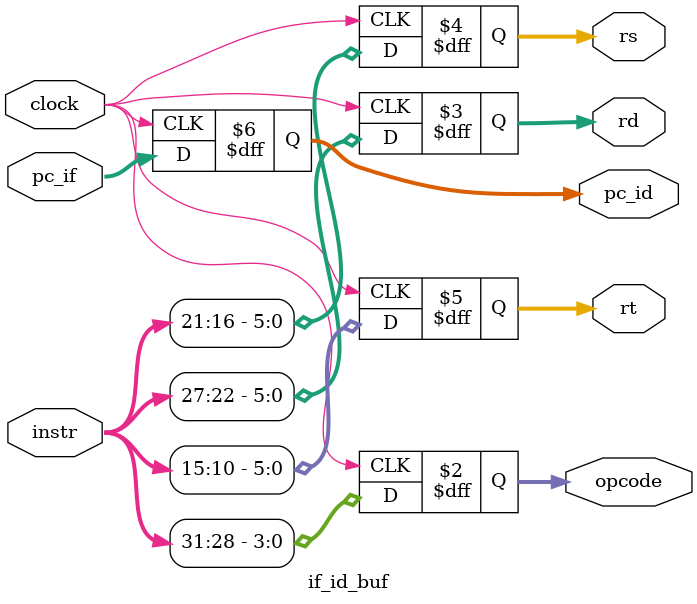
<source format=v>
`timescale 1ns / 1ps


module if_id_buf(clock, instr, opcode, rd, rs, rt, pc_if, pc_id);
input clock;
input [31:0] instr, pc_if;

output reg [3:0] opcode;
output reg [5:0] rd, rs, rt;
output reg [31:0] pc_id;

always@(posedge clock)
begin
    opcode = instr[31:28];
    rd = instr[27:22];
    rs = instr[21:16];
    rt = instr[15:10];
    pc_id = pc_if;
end
endmodule

</source>
